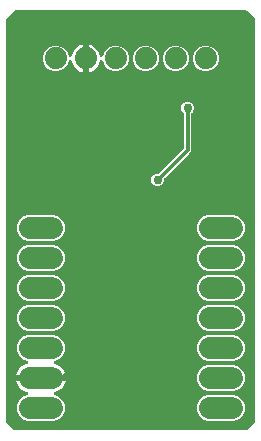
<source format=gbr>
G04 EAGLE Gerber RS-274X export*
G75*
%MOMM*%
%FSLAX34Y34*%
%LPD*%
%INBottom Copper*%
%IPPOS*%
%AMOC8*
5,1,8,0,0,1.08239X$1,22.5*%
G01*
%ADD10C,1.879600*%
%ADD11C,1.879600*%
%ADD12C,0.304800*%
%ADD13C,0.762000*%

G36*
X208370Y5095D02*
X208370Y5095D01*
X208496Y5102D01*
X208543Y5115D01*
X208591Y5121D01*
X208710Y5163D01*
X208831Y5198D01*
X208873Y5222D01*
X208919Y5238D01*
X209025Y5307D01*
X209135Y5368D01*
X209182Y5408D01*
X209212Y5427D01*
X209245Y5462D01*
X209322Y5527D01*
X215453Y11658D01*
X215521Y11744D01*
X215547Y11771D01*
X215553Y11781D01*
X215616Y11851D01*
X215640Y11894D01*
X215670Y11931D01*
X215724Y12046D01*
X215785Y12156D01*
X215798Y12203D01*
X215819Y12246D01*
X215845Y12370D01*
X215880Y12492D01*
X215885Y12552D01*
X215892Y12587D01*
X215891Y12635D01*
X215899Y12735D01*
X215899Y353025D01*
X215885Y353150D01*
X215878Y353276D01*
X215865Y353323D01*
X215859Y353371D01*
X215817Y353490D01*
X215782Y353611D01*
X215758Y353653D01*
X215742Y353699D01*
X215673Y353805D01*
X215612Y353915D01*
X215572Y353962D01*
X215553Y353992D01*
X215518Y354025D01*
X215453Y354102D01*
X209322Y360233D01*
X209223Y360312D01*
X209129Y360396D01*
X209086Y360420D01*
X209049Y360450D01*
X208934Y360504D01*
X208824Y360565D01*
X208777Y360578D01*
X208734Y360599D01*
X208610Y360625D01*
X208488Y360660D01*
X208428Y360665D01*
X208393Y360672D01*
X208345Y360671D01*
X208245Y360679D01*
X12735Y360679D01*
X12610Y360665D01*
X12484Y360658D01*
X12437Y360645D01*
X12389Y360639D01*
X12270Y360597D01*
X12149Y360562D01*
X12107Y360538D01*
X12061Y360522D01*
X11955Y360453D01*
X11845Y360392D01*
X11798Y360352D01*
X11768Y360333D01*
X11735Y360298D01*
X11658Y360233D01*
X5527Y354102D01*
X5448Y354003D01*
X5364Y353909D01*
X5340Y353866D01*
X5310Y353829D01*
X5256Y353714D01*
X5195Y353604D01*
X5182Y353557D01*
X5161Y353514D01*
X5135Y353390D01*
X5100Y353268D01*
X5095Y353208D01*
X5088Y353173D01*
X5089Y353125D01*
X5081Y353025D01*
X5081Y12735D01*
X5095Y12610D01*
X5102Y12484D01*
X5115Y12437D01*
X5121Y12389D01*
X5163Y12270D01*
X5198Y12149D01*
X5222Y12107D01*
X5238Y12061D01*
X5307Y11955D01*
X5368Y11845D01*
X5408Y11798D01*
X5427Y11768D01*
X5462Y11735D01*
X5498Y11693D01*
X5499Y11690D01*
X5501Y11688D01*
X5527Y11658D01*
X11658Y5527D01*
X11757Y5448D01*
X11851Y5364D01*
X11894Y5340D01*
X11931Y5310D01*
X12046Y5256D01*
X12156Y5195D01*
X12203Y5182D01*
X12246Y5161D01*
X12370Y5135D01*
X12492Y5100D01*
X12552Y5095D01*
X12587Y5088D01*
X12635Y5089D01*
X12735Y5081D01*
X208245Y5081D01*
X208370Y5095D01*
G37*
%LPC*%
G36*
X34200Y51755D02*
X34200Y51755D01*
X34177Y51769D01*
X34158Y51786D01*
X34028Y51858D01*
X33901Y51934D01*
X33876Y51942D01*
X33853Y51955D01*
X33710Y51995D01*
X33569Y52040D01*
X33543Y52042D01*
X33518Y52050D01*
X33274Y52069D01*
X13207Y52069D01*
X13247Y52326D01*
X13828Y54113D01*
X14681Y55787D01*
X15786Y57308D01*
X17114Y58636D01*
X18635Y59741D01*
X20309Y60594D01*
X22096Y61175D01*
X22159Y61185D01*
X22261Y61213D01*
X22364Y61232D01*
X22428Y61260D01*
X22495Y61278D01*
X22587Y61329D01*
X22684Y61371D01*
X22740Y61412D01*
X22801Y61446D01*
X22879Y61516D01*
X22963Y61579D01*
X23008Y61632D01*
X23060Y61678D01*
X23121Y61764D01*
X23189Y61845D01*
X23220Y61907D01*
X23260Y61964D01*
X23299Y62061D01*
X23347Y62155D01*
X23364Y62222D01*
X23390Y62287D01*
X23406Y62391D01*
X23432Y62493D01*
X23433Y62563D01*
X23443Y62631D01*
X23435Y62736D01*
X23437Y62842D01*
X23422Y62910D01*
X23416Y62979D01*
X23385Y63079D01*
X23362Y63182D01*
X23332Y63245D01*
X23311Y63311D01*
X23258Y63402D01*
X23213Y63497D01*
X23169Y63551D01*
X23134Y63611D01*
X23061Y63687D01*
X22995Y63769D01*
X22941Y63812D01*
X22892Y63863D01*
X22804Y63920D01*
X22722Y63985D01*
X22639Y64027D01*
X22600Y64053D01*
X22564Y64066D01*
X22504Y64097D01*
X18705Y65670D01*
X15632Y68743D01*
X13969Y72757D01*
X13969Y77103D01*
X15632Y81117D01*
X18705Y84190D01*
X22719Y85853D01*
X45861Y85853D01*
X49875Y84190D01*
X52948Y81117D01*
X54611Y77103D01*
X54611Y72757D01*
X52948Y68743D01*
X49875Y65670D01*
X46076Y64097D01*
X45984Y64045D01*
X45888Y64003D01*
X45832Y63961D01*
X45772Y63927D01*
X45694Y63856D01*
X45610Y63793D01*
X45565Y63740D01*
X45513Y63693D01*
X45453Y63606D01*
X45386Y63526D01*
X45355Y63464D01*
X45315Y63406D01*
X45277Y63308D01*
X45229Y63215D01*
X45213Y63147D01*
X45187Y63082D01*
X45172Y62978D01*
X45147Y62876D01*
X45147Y62806D01*
X45137Y62737D01*
X45145Y62632D01*
X45144Y62527D01*
X45160Y62459D01*
X45165Y62390D01*
X45198Y62290D01*
X45221Y62187D01*
X45251Y62125D01*
X45273Y62058D01*
X45327Y61968D01*
X45373Y61874D01*
X45416Y61819D01*
X45452Y61760D01*
X45526Y61684D01*
X45592Y61603D01*
X45646Y61560D01*
X45695Y61510D01*
X45784Y61453D01*
X45867Y61388D01*
X45930Y61359D01*
X45988Y61322D01*
X46087Y61286D01*
X46183Y61242D01*
X46273Y61220D01*
X46317Y61205D01*
X46355Y61201D01*
X46421Y61185D01*
X46484Y61175D01*
X48271Y60594D01*
X49945Y59741D01*
X51466Y58636D01*
X52794Y57308D01*
X53899Y55787D01*
X54752Y54113D01*
X55333Y52326D01*
X55373Y52069D01*
X35306Y52069D01*
X35280Y52066D01*
X35254Y52068D01*
X35107Y52046D01*
X34960Y52029D01*
X34935Y52021D01*
X34909Y52017D01*
X34772Y51962D01*
X34632Y51912D01*
X34610Y51898D01*
X34585Y51888D01*
X34464Y51803D01*
X34339Y51723D01*
X34321Y51704D01*
X34299Y51689D01*
X34285Y51673D01*
X34200Y51755D01*
G37*
%LPD*%
%LPC*%
G36*
X22719Y13207D02*
X22719Y13207D01*
X18705Y14870D01*
X15632Y17943D01*
X13969Y21957D01*
X13969Y26303D01*
X15632Y30317D01*
X18705Y33390D01*
X22504Y34963D01*
X22596Y35015D01*
X22692Y35057D01*
X22748Y35099D01*
X22808Y35133D01*
X22886Y35204D01*
X22970Y35267D01*
X23015Y35320D01*
X23067Y35367D01*
X23127Y35454D01*
X23194Y35534D01*
X23225Y35596D01*
X23265Y35654D01*
X23303Y35752D01*
X23351Y35845D01*
X23367Y35913D01*
X23393Y35978D01*
X23408Y36082D01*
X23433Y36184D01*
X23433Y36254D01*
X23443Y36323D01*
X23435Y36428D01*
X23436Y36533D01*
X23420Y36601D01*
X23415Y36670D01*
X23382Y36770D01*
X23359Y36873D01*
X23329Y36935D01*
X23307Y37002D01*
X23253Y37092D01*
X23207Y37186D01*
X23164Y37241D01*
X23128Y37300D01*
X23054Y37376D01*
X22988Y37457D01*
X22934Y37500D01*
X22885Y37550D01*
X22796Y37607D01*
X22713Y37672D01*
X22650Y37701D01*
X22592Y37738D01*
X22493Y37774D01*
X22397Y37818D01*
X22307Y37840D01*
X22263Y37855D01*
X22225Y37859D01*
X22159Y37875D01*
X22096Y37885D01*
X20309Y38466D01*
X18635Y39319D01*
X17114Y40424D01*
X15786Y41752D01*
X14681Y43273D01*
X13828Y44947D01*
X13247Y46734D01*
X13207Y46991D01*
X33274Y46991D01*
X33300Y46994D01*
X33326Y46992D01*
X33473Y47014D01*
X33620Y47031D01*
X33645Y47039D01*
X33671Y47043D01*
X33808Y47098D01*
X33948Y47148D01*
X33970Y47162D01*
X33995Y47172D01*
X34116Y47257D01*
X34241Y47337D01*
X34259Y47356D01*
X34281Y47371D01*
X34295Y47387D01*
X34380Y47305D01*
X34403Y47291D01*
X34422Y47274D01*
X34552Y47202D01*
X34679Y47126D01*
X34704Y47118D01*
X34727Y47105D01*
X34870Y47065D01*
X35011Y47020D01*
X35037Y47017D01*
X35062Y47010D01*
X35306Y46991D01*
X55373Y46991D01*
X55333Y46734D01*
X54752Y44947D01*
X53899Y43273D01*
X52794Y41752D01*
X51466Y40424D01*
X49945Y39319D01*
X48271Y38466D01*
X46484Y37885D01*
X46421Y37875D01*
X46319Y37847D01*
X46216Y37828D01*
X46152Y37800D01*
X46085Y37782D01*
X45993Y37731D01*
X45896Y37689D01*
X45840Y37648D01*
X45779Y37614D01*
X45701Y37544D01*
X45617Y37481D01*
X45572Y37428D01*
X45520Y37382D01*
X45459Y37296D01*
X45391Y37215D01*
X45360Y37153D01*
X45320Y37096D01*
X45281Y36999D01*
X45233Y36905D01*
X45216Y36838D01*
X45190Y36773D01*
X45174Y36669D01*
X45148Y36567D01*
X45147Y36497D01*
X45137Y36429D01*
X45145Y36324D01*
X45143Y36218D01*
X45158Y36150D01*
X45164Y36081D01*
X45195Y35981D01*
X45218Y35878D01*
X45248Y35815D01*
X45269Y35749D01*
X45322Y35658D01*
X45367Y35563D01*
X45411Y35509D01*
X45446Y35449D01*
X45519Y35373D01*
X45585Y35291D01*
X45639Y35248D01*
X45688Y35197D01*
X45776Y35140D01*
X45858Y35075D01*
X45941Y35033D01*
X45980Y35007D01*
X46016Y34994D01*
X46076Y34963D01*
X49875Y33390D01*
X52948Y30317D01*
X54611Y26303D01*
X54611Y21957D01*
X52948Y17943D01*
X49875Y14870D01*
X45861Y13207D01*
X22719Y13207D01*
G37*
%LPD*%
%LPC*%
G36*
X22719Y140207D02*
X22719Y140207D01*
X18705Y141870D01*
X15632Y144943D01*
X13969Y148957D01*
X13969Y153303D01*
X15632Y157317D01*
X18705Y160390D01*
X22719Y162053D01*
X45861Y162053D01*
X49875Y160390D01*
X52948Y157317D01*
X54611Y153303D01*
X54611Y148957D01*
X52948Y144943D01*
X49875Y141870D01*
X45861Y140207D01*
X22719Y140207D01*
G37*
%LPD*%
%LPC*%
G36*
X22719Y114807D02*
X22719Y114807D01*
X18705Y116470D01*
X15632Y119543D01*
X13969Y123557D01*
X13969Y127903D01*
X15632Y131917D01*
X18705Y134990D01*
X22719Y136653D01*
X45861Y136653D01*
X49875Y134990D01*
X52948Y131917D01*
X54611Y127903D01*
X54611Y123557D01*
X52948Y119543D01*
X49875Y116470D01*
X45861Y114807D01*
X22719Y114807D01*
G37*
%LPD*%
%LPC*%
G36*
X175119Y38607D02*
X175119Y38607D01*
X171105Y40270D01*
X168032Y43343D01*
X166369Y47357D01*
X166369Y51703D01*
X168032Y55717D01*
X171105Y58790D01*
X175119Y60453D01*
X198261Y60453D01*
X202275Y58790D01*
X205348Y55717D01*
X207011Y51703D01*
X207011Y47357D01*
X205348Y43343D01*
X202275Y40270D01*
X198261Y38607D01*
X175119Y38607D01*
G37*
%LPD*%
%LPC*%
G36*
X175119Y64007D02*
X175119Y64007D01*
X171105Y65670D01*
X168032Y68743D01*
X166369Y72757D01*
X166369Y77103D01*
X168032Y81117D01*
X171105Y84190D01*
X175119Y85853D01*
X198261Y85853D01*
X202275Y84190D01*
X205348Y81117D01*
X207011Y77103D01*
X207011Y72757D01*
X205348Y68743D01*
X202275Y65670D01*
X198261Y64007D01*
X175119Y64007D01*
G37*
%LPD*%
%LPC*%
G36*
X175119Y165607D02*
X175119Y165607D01*
X171105Y167270D01*
X168032Y170343D01*
X166369Y174357D01*
X166369Y178703D01*
X168032Y182717D01*
X171105Y185790D01*
X175119Y187453D01*
X198261Y187453D01*
X202275Y185790D01*
X205348Y182717D01*
X207011Y178703D01*
X207011Y174357D01*
X205348Y170343D01*
X202275Y167270D01*
X198261Y165607D01*
X175119Y165607D01*
G37*
%LPD*%
%LPC*%
G36*
X22719Y165607D02*
X22719Y165607D01*
X18705Y167270D01*
X15632Y170343D01*
X13969Y174357D01*
X13969Y178703D01*
X15632Y182717D01*
X18705Y185790D01*
X22719Y187453D01*
X45861Y187453D01*
X49875Y185790D01*
X52948Y182717D01*
X54611Y178703D01*
X54611Y174357D01*
X52948Y170343D01*
X49875Y167270D01*
X45861Y165607D01*
X22719Y165607D01*
G37*
%LPD*%
%LPC*%
G36*
X175119Y140207D02*
X175119Y140207D01*
X171105Y141870D01*
X168032Y144943D01*
X166369Y148957D01*
X166369Y153303D01*
X168032Y157317D01*
X171105Y160390D01*
X175119Y162053D01*
X198261Y162053D01*
X202275Y160390D01*
X205348Y157317D01*
X207011Y153303D01*
X207011Y148957D01*
X205348Y144943D01*
X202275Y141870D01*
X198261Y140207D01*
X175119Y140207D01*
G37*
%LPD*%
%LPC*%
G36*
X22719Y89407D02*
X22719Y89407D01*
X18705Y91070D01*
X15632Y94143D01*
X13969Y98157D01*
X13969Y102503D01*
X15632Y106517D01*
X18705Y109590D01*
X22719Y111253D01*
X45861Y111253D01*
X49875Y109590D01*
X52948Y106517D01*
X54611Y102503D01*
X54611Y98157D01*
X52948Y94143D01*
X49875Y91070D01*
X45861Y89407D01*
X22719Y89407D01*
G37*
%LPD*%
%LPC*%
G36*
X175119Y114807D02*
X175119Y114807D01*
X171105Y116470D01*
X168032Y119543D01*
X166369Y123557D01*
X166369Y127903D01*
X168032Y131917D01*
X171105Y134990D01*
X175119Y136653D01*
X198261Y136653D01*
X202275Y134990D01*
X205348Y131917D01*
X207011Y127903D01*
X207011Y123557D01*
X205348Y119543D01*
X202275Y116470D01*
X198261Y114807D01*
X175119Y114807D01*
G37*
%LPD*%
%LPC*%
G36*
X175119Y13207D02*
X175119Y13207D01*
X171105Y14870D01*
X168032Y17943D01*
X166369Y21957D01*
X166369Y26303D01*
X168032Y30317D01*
X171105Y33390D01*
X175119Y35053D01*
X198261Y35053D01*
X202275Y33390D01*
X205348Y30317D01*
X207011Y26303D01*
X207011Y21957D01*
X205348Y17943D01*
X202275Y14870D01*
X198261Y13207D01*
X175119Y13207D01*
G37*
%LPD*%
%LPC*%
G36*
X175119Y89407D02*
X175119Y89407D01*
X171105Y91070D01*
X168032Y94143D01*
X166369Y98157D01*
X166369Y102503D01*
X168032Y106517D01*
X171105Y109590D01*
X175119Y111253D01*
X198261Y111253D01*
X202275Y109590D01*
X205348Y106517D01*
X207011Y102503D01*
X207011Y98157D01*
X205348Y94143D01*
X202275Y91070D01*
X198261Y89407D01*
X175119Y89407D01*
G37*
%LPD*%
%LPC*%
G36*
X132289Y211835D02*
X132289Y211835D01*
X130328Y212647D01*
X128827Y214148D01*
X128015Y216109D01*
X128015Y218231D01*
X128827Y220192D01*
X130328Y221693D01*
X132289Y222505D01*
X133742Y222505D01*
X133868Y222519D01*
X133994Y222526D01*
X134040Y222539D01*
X134088Y222545D01*
X134207Y222587D01*
X134329Y222622D01*
X134371Y222646D01*
X134417Y222662D01*
X134523Y222731D01*
X134633Y222792D01*
X134679Y222832D01*
X134709Y222851D01*
X134743Y222886D01*
X134819Y222951D01*
X155255Y243387D01*
X155334Y243486D01*
X155418Y243580D01*
X155442Y243622D01*
X155472Y243660D01*
X155526Y243774D01*
X155587Y243885D01*
X155600Y243931D01*
X155621Y243975D01*
X155647Y244098D01*
X155682Y244220D01*
X155687Y244281D01*
X155694Y244315D01*
X155693Y244363D01*
X155701Y244464D01*
X155701Y273003D01*
X155687Y273129D01*
X155680Y273255D01*
X155667Y273302D01*
X155661Y273350D01*
X155619Y273469D01*
X155584Y273590D01*
X155560Y273632D01*
X155544Y273678D01*
X155475Y273784D01*
X155414Y273894D01*
X155374Y273940D01*
X155355Y273970D01*
X155320Y274004D01*
X155255Y274080D01*
X154227Y275108D01*
X153415Y277069D01*
X153415Y279191D01*
X154227Y281152D01*
X155728Y282653D01*
X157689Y283465D01*
X159811Y283465D01*
X161772Y282653D01*
X163273Y281152D01*
X164085Y279191D01*
X164085Y277069D01*
X163273Y275108D01*
X162245Y274080D01*
X162166Y273981D01*
X162082Y273888D01*
X162058Y273845D01*
X162028Y273807D01*
X161974Y273693D01*
X161913Y273583D01*
X161900Y273536D01*
X161879Y273492D01*
X161853Y273369D01*
X161818Y273247D01*
X161813Y273186D01*
X161806Y273152D01*
X161807Y273104D01*
X161799Y273003D01*
X161799Y241307D01*
X159567Y239075D01*
X139131Y218639D01*
X139052Y218540D01*
X138968Y218446D01*
X138944Y218404D01*
X138914Y218366D01*
X138860Y218252D01*
X138799Y218141D01*
X138786Y218095D01*
X138765Y218051D01*
X138739Y217928D01*
X138704Y217806D01*
X138699Y217745D01*
X138692Y217711D01*
X138693Y217663D01*
X138685Y217562D01*
X138685Y216109D01*
X137873Y214148D01*
X136372Y212647D01*
X134411Y211835D01*
X132289Y211835D01*
G37*
%LPD*%
%LPC*%
G36*
X74929Y319024D02*
X74929Y319024D01*
X74926Y319050D01*
X74928Y319076D01*
X74906Y319223D01*
X74889Y319370D01*
X74881Y319395D01*
X74877Y319421D01*
X74822Y319558D01*
X74772Y319698D01*
X74758Y319720D01*
X74748Y319745D01*
X74663Y319866D01*
X74583Y319991D01*
X74564Y320009D01*
X74549Y320031D01*
X74533Y320045D01*
X74615Y320130D01*
X74629Y320153D01*
X74646Y320172D01*
X74718Y320302D01*
X74794Y320429D01*
X74802Y320454D01*
X74815Y320477D01*
X74855Y320620D01*
X74900Y320761D01*
X74902Y320787D01*
X74910Y320812D01*
X74929Y321056D01*
X74929Y331725D01*
X75186Y331685D01*
X76973Y331104D01*
X78647Y330251D01*
X80168Y329146D01*
X81496Y327818D01*
X82601Y326297D01*
X83454Y324623D01*
X84035Y322836D01*
X84045Y322773D01*
X84073Y322671D01*
X84092Y322568D01*
X84120Y322504D01*
X84138Y322437D01*
X84189Y322345D01*
X84231Y322248D01*
X84272Y322192D01*
X84306Y322131D01*
X84376Y322053D01*
X84439Y321969D01*
X84492Y321924D01*
X84538Y321872D01*
X84624Y321811D01*
X84705Y321743D01*
X84767Y321712D01*
X84824Y321672D01*
X84921Y321633D01*
X85015Y321585D01*
X85082Y321568D01*
X85147Y321542D01*
X85251Y321526D01*
X85353Y321500D01*
X85423Y321499D01*
X85491Y321489D01*
X85596Y321497D01*
X85702Y321495D01*
X85770Y321510D01*
X85839Y321516D01*
X85939Y321547D01*
X86042Y321570D01*
X86105Y321600D01*
X86171Y321621D01*
X86262Y321674D01*
X86357Y321719D01*
X86411Y321763D01*
X86471Y321798D01*
X86547Y321871D01*
X86629Y321937D01*
X86672Y321991D01*
X86723Y322040D01*
X86780Y322128D01*
X86845Y322210D01*
X86887Y322293D01*
X86913Y322332D01*
X86926Y322368D01*
X86957Y322428D01*
X88530Y326227D01*
X91603Y329300D01*
X95617Y330963D01*
X99963Y330963D01*
X103977Y329300D01*
X107050Y326227D01*
X108713Y322213D01*
X108713Y317867D01*
X107050Y313853D01*
X103977Y310780D01*
X99963Y309117D01*
X95617Y309117D01*
X91603Y310780D01*
X88530Y313853D01*
X86957Y317652D01*
X86905Y317744D01*
X86863Y317840D01*
X86821Y317896D01*
X86787Y317956D01*
X86716Y318034D01*
X86653Y318118D01*
X86600Y318163D01*
X86553Y318215D01*
X86466Y318275D01*
X86386Y318342D01*
X86324Y318373D01*
X86266Y318413D01*
X86168Y318451D01*
X86075Y318499D01*
X86007Y318515D01*
X85942Y318541D01*
X85838Y318556D01*
X85736Y318581D01*
X85666Y318581D01*
X85597Y318591D01*
X85492Y318583D01*
X85387Y318584D01*
X85319Y318568D01*
X85250Y318563D01*
X85150Y318530D01*
X85047Y318507D01*
X84985Y318477D01*
X84918Y318455D01*
X84828Y318401D01*
X84734Y318355D01*
X84679Y318312D01*
X84620Y318276D01*
X84544Y318202D01*
X84463Y318136D01*
X84420Y318082D01*
X84370Y318033D01*
X84313Y317944D01*
X84248Y317861D01*
X84219Y317798D01*
X84182Y317740D01*
X84146Y317641D01*
X84102Y317545D01*
X84080Y317455D01*
X84065Y317411D01*
X84061Y317373D01*
X84045Y317307D01*
X84035Y317244D01*
X83454Y315457D01*
X82601Y313783D01*
X81496Y312262D01*
X80168Y310934D01*
X78647Y309829D01*
X76973Y308976D01*
X75186Y308395D01*
X74929Y308355D01*
X74929Y319024D01*
G37*
%LPD*%
%LPC*%
G36*
X69594Y308395D02*
X69594Y308395D01*
X67807Y308976D01*
X66133Y309829D01*
X64612Y310934D01*
X63284Y312262D01*
X62179Y313783D01*
X61326Y315457D01*
X60745Y317244D01*
X60735Y317307D01*
X60707Y317409D01*
X60688Y317512D01*
X60660Y317576D01*
X60642Y317643D01*
X60591Y317735D01*
X60549Y317832D01*
X60508Y317888D01*
X60474Y317949D01*
X60404Y318027D01*
X60341Y318111D01*
X60288Y318156D01*
X60242Y318208D01*
X60156Y318269D01*
X60075Y318337D01*
X60013Y318368D01*
X59956Y318408D01*
X59859Y318447D01*
X59765Y318495D01*
X59698Y318512D01*
X59633Y318538D01*
X59529Y318554D01*
X59427Y318580D01*
X59357Y318581D01*
X59289Y318591D01*
X59184Y318583D01*
X59078Y318585D01*
X59010Y318570D01*
X58941Y318564D01*
X58841Y318533D01*
X58738Y318510D01*
X58675Y318480D01*
X58609Y318459D01*
X58518Y318406D01*
X58423Y318361D01*
X58369Y318317D01*
X58309Y318282D01*
X58233Y318209D01*
X58151Y318143D01*
X58108Y318089D01*
X58057Y318040D01*
X58000Y317952D01*
X57935Y317870D01*
X57893Y317787D01*
X57867Y317748D01*
X57854Y317712D01*
X57823Y317652D01*
X56250Y313853D01*
X53177Y310780D01*
X49163Y309117D01*
X44817Y309117D01*
X40803Y310780D01*
X37730Y313853D01*
X36067Y317867D01*
X36067Y322213D01*
X37730Y326227D01*
X40803Y329300D01*
X44817Y330963D01*
X49163Y330963D01*
X53177Y329300D01*
X56250Y326227D01*
X57823Y322428D01*
X57875Y322336D01*
X57917Y322240D01*
X57959Y322184D01*
X57993Y322124D01*
X58064Y322046D01*
X58127Y321962D01*
X58180Y321917D01*
X58227Y321865D01*
X58314Y321805D01*
X58394Y321738D01*
X58456Y321707D01*
X58514Y321667D01*
X58612Y321629D01*
X58705Y321581D01*
X58773Y321565D01*
X58838Y321539D01*
X58942Y321524D01*
X59044Y321499D01*
X59114Y321499D01*
X59183Y321489D01*
X59288Y321497D01*
X59393Y321496D01*
X59461Y321512D01*
X59530Y321517D01*
X59630Y321550D01*
X59733Y321573D01*
X59795Y321603D01*
X59862Y321625D01*
X59952Y321679D01*
X60046Y321725D01*
X60101Y321768D01*
X60160Y321804D01*
X60236Y321878D01*
X60317Y321944D01*
X60360Y321998D01*
X60410Y322047D01*
X60467Y322136D01*
X60532Y322219D01*
X60561Y322282D01*
X60598Y322340D01*
X60634Y322439D01*
X60678Y322535D01*
X60700Y322625D01*
X60715Y322669D01*
X60719Y322707D01*
X60735Y322773D01*
X60745Y322836D01*
X61326Y324623D01*
X62179Y326297D01*
X63284Y327818D01*
X64612Y329146D01*
X66133Y330251D01*
X67807Y331104D01*
X69594Y331685D01*
X69851Y331725D01*
X69851Y321056D01*
X69854Y321030D01*
X69852Y321004D01*
X69874Y320857D01*
X69891Y320710D01*
X69899Y320685D01*
X69903Y320659D01*
X69958Y320522D01*
X70008Y320382D01*
X70022Y320360D01*
X70032Y320335D01*
X70117Y320214D01*
X70197Y320089D01*
X70216Y320071D01*
X70231Y320049D01*
X70247Y320035D01*
X70165Y319950D01*
X70151Y319927D01*
X70134Y319908D01*
X70062Y319778D01*
X69986Y319651D01*
X69978Y319626D01*
X69965Y319603D01*
X69925Y319460D01*
X69880Y319319D01*
X69877Y319293D01*
X69870Y319268D01*
X69851Y319024D01*
X69851Y308355D01*
X69594Y308395D01*
G37*
%LPD*%
%LPC*%
G36*
X146417Y309117D02*
X146417Y309117D01*
X142403Y310780D01*
X139330Y313853D01*
X137667Y317867D01*
X137667Y322213D01*
X139330Y326227D01*
X142403Y329300D01*
X146417Y330963D01*
X150763Y330963D01*
X154777Y329300D01*
X157850Y326227D01*
X159513Y322213D01*
X159513Y317867D01*
X157850Y313853D01*
X154777Y310780D01*
X150763Y309117D01*
X146417Y309117D01*
G37*
%LPD*%
%LPC*%
G36*
X171817Y309117D02*
X171817Y309117D01*
X167803Y310780D01*
X164730Y313853D01*
X163067Y317867D01*
X163067Y322213D01*
X164730Y326227D01*
X167803Y329300D01*
X171817Y330963D01*
X176163Y330963D01*
X180177Y329300D01*
X183250Y326227D01*
X184913Y322213D01*
X184913Y317867D01*
X183250Y313853D01*
X180177Y310780D01*
X176163Y309117D01*
X171817Y309117D01*
G37*
%LPD*%
%LPC*%
G36*
X121017Y309117D02*
X121017Y309117D01*
X117003Y310780D01*
X113930Y313853D01*
X112267Y317867D01*
X112267Y322213D01*
X113930Y326227D01*
X117003Y329300D01*
X121017Y330963D01*
X125363Y330963D01*
X129377Y329300D01*
X132450Y326227D01*
X134113Y322213D01*
X134113Y317867D01*
X132450Y313853D01*
X129377Y310780D01*
X125363Y309117D01*
X121017Y309117D01*
G37*
%LPD*%
D10*
X177292Y176530D02*
X196088Y176530D01*
X196088Y151130D02*
X177292Y151130D01*
X177292Y125730D02*
X196088Y125730D01*
X196088Y100330D02*
X177292Y100330D01*
X177292Y74930D02*
X196088Y74930D01*
X196088Y49530D02*
X177292Y49530D01*
X177292Y24130D02*
X196088Y24130D01*
X43688Y176530D02*
X24892Y176530D01*
X24892Y151130D02*
X43688Y151130D01*
X43688Y125730D02*
X24892Y125730D01*
X24892Y100330D02*
X43688Y100330D01*
X43688Y74930D02*
X24892Y74930D01*
X24892Y49530D02*
X43688Y49530D01*
X43688Y24130D02*
X24892Y24130D01*
D11*
X46990Y320040D03*
X72390Y320040D03*
X97790Y320040D03*
X123190Y320040D03*
X148590Y320040D03*
X173990Y320040D03*
D12*
X72390Y320040D02*
X72390Y280670D01*
X72390Y243840D01*
X72390Y204470D02*
X72390Y69850D01*
X72390Y204470D02*
X72390Y243840D01*
X52070Y49530D02*
X34290Y49530D01*
X52070Y49530D02*
X72390Y69850D01*
X72390Y243840D02*
X58420Y243840D01*
D13*
X58420Y243840D03*
D12*
X72390Y243840D02*
X121920Y243840D01*
D13*
X121920Y243840D03*
X72390Y280670D03*
X72390Y204470D03*
X88900Y204470D03*
D12*
X72390Y204470D01*
X121920Y243840D02*
X127000Y248920D01*
X127000Y269240D02*
X129540Y271780D01*
D13*
X129540Y271780D03*
D12*
X127000Y269240D02*
X127000Y248920D01*
D13*
X133350Y217170D03*
D12*
X158750Y242570D01*
X158750Y278130D01*
D13*
X158750Y278130D03*
M02*

</source>
